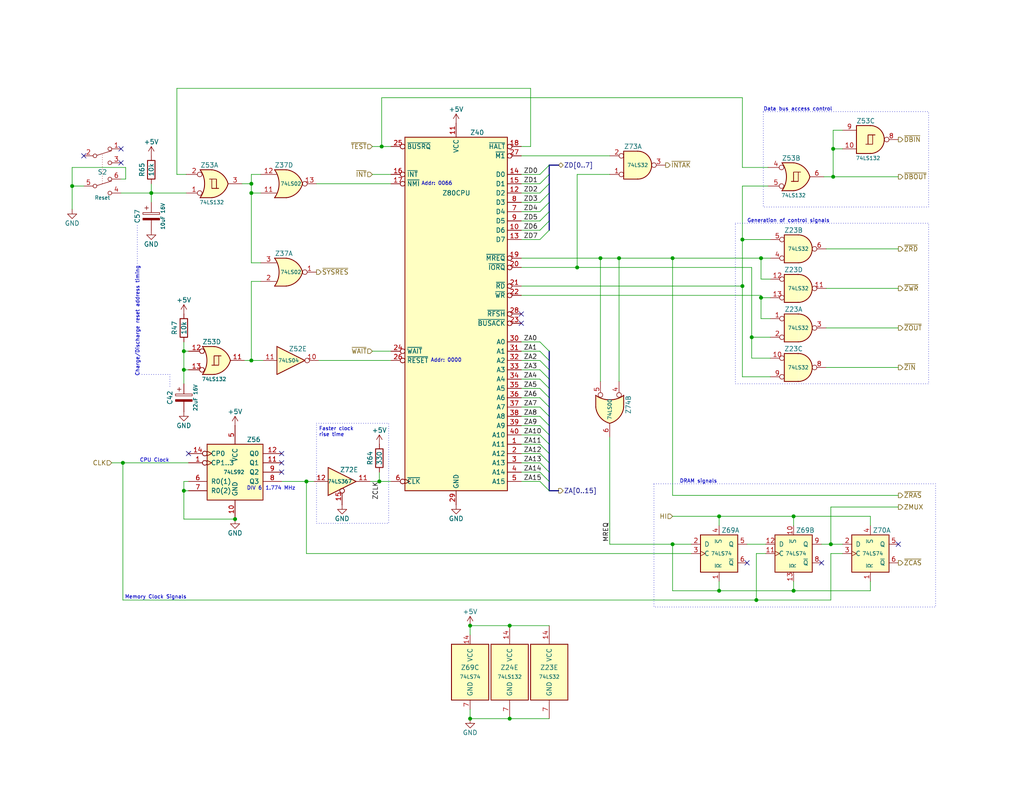
<source format=kicad_sch>
(kicad_sch (version 20231120) (generator "eeschema") (generator_version "8.0")
  (paper "USLetter")
  (title_block (title "TRS-80 Model I Rev D") (date "2024-11-20") (rev "E1A-D") (company "RetroStack - Marcel Erz") (comment 2 "CPU with reset circuits (button and power-up), clock divider, RAS & CAS divider, signals") (comment 4 "CPU & Signals"))
  (lib_symbols
    (symbol "74xx:74LS00" (pin_names (offset 1.016))
      (property "Reference" "U" (at 0 1.27 0))
      (property "Value" "74LS00" (at 0 -1.27 0))
      (symbol "74LS00_1_1"
        (pin input line (at -7.62 2.54 0) (length 3.81) (name "~") (number "1"))
        (pin input line (at -7.62 -2.54 0) (length 3.81) (name "~") (number "2"))
        (pin output inverted (at 7.62 0 180) (length 3.81) (name "~") (number "3"))
      )
      (symbol "74LS00_1_2"
        (pin input inverted (at -7.62 2.54 0) (length 4.318) (name "~") (number "1"))
        (pin input inverted (at -7.62 -2.54 0) (length 4.318) (name "~") (number "2"))
        (pin output line (at 7.62 0 180) (length 3.81) (name "~") (number "3"))
      )
      (symbol "74LS00_2_1"
        (pin input line (at -7.62 2.54 0) (length 3.81) (name "~") (number "4"))
        (pin input line (at -7.62 -2.54 0) (length 3.81) (name "~") (number "5"))
        (pin output inverted (at 7.62 0 180) (length 3.81) (name "~") (number "6"))
      )
      (symbol "74LS00_2_2"
        (pin input inverted (at -7.62 2.54 0) (length 4.318) (name "~") (number "4"))
        (pin input inverted (at -7.62 -2.54 0) (length 4.318) (name "~") (number "5"))
        (pin output line (at 7.62 0 180) (length 3.81) (name "~") (number "6"))
      )
      (symbol "74LS00_3_1"
        (pin input line (at -7.62 -2.54 0) (length 3.81) (name "~") (number "10"))
        (pin output inverted (at 7.62 0 180) (length 3.81) (name "~") (number "8"))
        (pin input line (at -7.62 2.54 0) (length 3.81) (name "~") (number "9"))
      )
      (symbol "74LS00_3_2"
        (pin input inverted (at -7.62 -2.54 0) (length 4.318) (name "~") (number "10"))
        (pin output line (at 7.62 0 180) (length 3.81) (name "~") (number "8"))
        (pin input inverted (at -7.62 2.54 0) (length 4.318) (name "~") (number "9"))
      )
      (symbol "74LS00_4_1"
        (pin output inverted (at 7.62 0 180) (length 3.81) (name "~") (number "11"))
        (pin input line (at -7.62 2.54 0) (length 3.81) (name "~") (number "12"))
        (pin input line (at -7.62 -2.54 0) (length 3.81) (name "~") (number "13"))
      )
      (symbol "74LS00_4_2"
        (pin output line (at 7.62 0 180) (length 3.81) (name "~") (number "11"))
        (pin input inverted (at -7.62 2.54 0) (length 4.318) (name "~") (number "12"))
        (pin input inverted (at -7.62 -2.54 0) (length 4.318) (name "~") (number "13"))
      )
      (symbol "74LS00_5_0"
        (pin power_in line (at 0 12.7 270) (length 5.08) (name "VCC") (number "14"))
        (pin power_in line (at 0 -12.7 90) (length 5.08) (name "GND") (number "7"))
      )
    )
    (symbol "74xx:74LS02" (pin_names (offset 1.016))
      (property "Reference" "U" (at 0 1.27 0))
      (property "Value" "74LS02" (at 0 -1.27 0))
      (symbol "74LS02_1_1"
        (pin output inverted (at 7.62 0 180) (length 3.81) (name "~") (number "1"))
        (pin input line (at -7.62 2.54 0) (length 4.318) (name "~") (number "2"))
        (pin input line (at -7.62 -2.54 0) (length 4.318) (name "~") (number "3"))
      )
      (symbol "74LS02_1_2"
        (pin output line (at 7.62 0 180) (length 3.81) (name "~") (number "1"))
        (pin input inverted (at -7.62 2.54 0) (length 3.81) (name "~") (number "2"))
        (pin input inverted (at -7.62 -2.54 0) (length 3.81) (name "~") (number "3"))
      )
      (symbol "74LS02_2_1"
        (pin output inverted (at 7.62 0 180) (length 3.81) (name "~") (number "4"))
        (pin input line (at -7.62 2.54 0) (length 4.318) (name "~") (number "5"))
        (pin input line (at -7.62 -2.54 0) (length 4.318) (name "~") (number "6"))
      )
      (symbol "74LS02_2_2"
        (pin output line (at 7.62 0 180) (length 3.81) (name "~") (number "4"))
        (pin input inverted (at -7.62 2.54 0) (length 3.81) (name "~") (number "5"))
        (pin input inverted (at -7.62 -2.54 0) (length 3.81) (name "~") (number "6"))
      )
      (symbol "74LS02_3_1"
        (pin output inverted (at 7.62 0 180) (length 3.81) (name "~") (number "10"))
        (pin input line (at -7.62 2.54 0) (length 4.318) (name "~") (number "8"))
        (pin input line (at -7.62 -2.54 0) (length 4.318) (name "~") (number "9"))
      )
      (symbol "74LS02_3_2"
        (pin output line (at 7.62 0 180) (length 3.81) (name "~") (number "10"))
        (pin input inverted (at -7.62 2.54 0) (length 3.81) (name "~") (number "8"))
        (pin input inverted (at -7.62 -2.54 0) (length 3.81) (name "~") (number "9"))
      )
      (symbol "74LS02_4_1"
        (pin input line (at -7.62 2.54 0) (length 4.318) (name "~") (number "11"))
        (pin input line (at -7.62 -2.54 0) (length 4.318) (name "~") (number "12"))
        (pin output inverted (at 7.62 0 180) (length 3.81) (name "~") (number "13"))
      )
      (symbol "74LS02_4_2"
        (pin input inverted (at -7.62 2.54 0) (length 3.81) (name "~") (number "11"))
        (pin input inverted (at -7.62 -2.54 0) (length 3.81) (name "~") (number "12"))
        (pin output line (at 7.62 0 180) (length 3.81) (name "~") (number "13"))
      )
      (symbol "74LS02_5_0"
        (pin power_in line (at 0 12.7 270) (length 5.08) (name "VCC") (number "14"))
        (pin power_in line (at 0 -12.7 90) (length 5.08) (name "GND") (number "7"))
      )
    )
    (symbol "74xx:74LS04"
      (property "Reference" "U" (at 0 1.27 0))
      (property "Value" "74LS04" (at 0 -1.27 0))
      (symbol "74LS04_1_0"
        (pin input line (at -7.62 0 0) (length 3.81) (name "~") (number "1"))
        (pin output inverted (at 7.62 0 180) (length 3.81) (name "~") (number "2"))
      )
      (symbol "74LS04_2_0"
        (pin input line (at -7.62 0 0) (length 3.81) (name "~") (number "3"))
        (pin output inverted (at 7.62 0 180) (length 3.81) (name "~") (number "4"))
      )
      (symbol "74LS04_3_0"
        (pin input line (at -7.62 0 0) (length 3.81) (name "~") (number "5"))
        (pin output inverted (at 7.62 0 180) (length 3.81) (name "~") (number "6"))
      )
      (symbol "74LS04_4_0"
        (pin output inverted (at 7.62 0 180) (length 3.81) (name "~") (number "8"))
        (pin input line (at -7.62 0 0) (length 3.81) (name "~") (number "9"))
      )
      (symbol "74LS04_5_0"
        (pin output inverted (at 7.62 0 180) (length 3.81) (name "~") (number "10"))
        (pin input line (at -7.62 0 0) (length 3.81) (name "~") (number "11"))
      )
      (symbol "74LS04_6_0"
        (pin output inverted (at 7.62 0 180) (length 3.81) (name "~") (number "12"))
        (pin input line (at -7.62 0 0) (length 3.81) (name "~") (number "13"))
      )
      (symbol "74LS04_7_0"
        (pin power_in line (at 0 12.7 270) (length 5.08) (name "VCC") (number "14"))
        (pin power_in line (at 0 -12.7 90) (length 5.08) (name "GND") (number "7"))
      )
    )
    (symbol "74xx:74LS132" (pin_names (offset 1.016))
      (property "Reference" "U" (at 0 1.27 0))
      (property "Value" "74LS132" (at 0 -1.27 0))
      (symbol "74LS132_1_1"
        (pin input line (at -7.62 2.54 0) (length 3.81) (name "~") (number "1"))
        (pin input line (at -7.62 -2.54 0) (length 3.81) (name "~") (number "2"))
        (pin output inverted (at 7.62 0 180) (length 3.81) (name "~") (number "3"))
      )
      (symbol "74LS132_1_2"
        (pin input inverted (at -7.62 2.54 0) (length 4.318) (name "~") (number "1"))
        (pin input inverted (at -7.62 -2.54 0) (length 4.318) (name "~") (number "2"))
        (pin output line (at 7.62 0 180) (length 3.81) (name "~") (number "3"))
      )
      (symbol "74LS132_2_1"
        (pin input line (at -7.62 2.54 0) (length 3.81) (name "~") (number "4"))
        (pin input line (at -7.62 -2.54 0) (length 3.81) (name "~") (number "5"))
        (pin output inverted (at 7.62 0 180) (length 3.81) (name "~") (number "6"))
      )
      (symbol "74LS132_2_2"
        (pin input inverted (at -7.62 2.54 0) (length 4.318) (name "~") (number "4"))
        (pin input inverted (at -7.62 -2.54 0) (length 4.318) (name "~") (number "5"))
        (pin output line (at 7.62 0 180) (length 3.81) (name "~") (number "6"))
      )
      (symbol "74LS132_3_1"
        (pin input line (at -7.62 -2.54 0) (length 3.81) (name "~") (number "10"))
        (pin output inverted (at 7.62 0 180) (length 3.81) (name "~") (number "8"))
        (pin input line (at -7.62 2.54 0) (length 3.81) (name "~") (number "9"))
      )
      (symbol "74LS132_3_2"
        (pin input inverted (at -7.62 -2.54 0) (length 4.318) (name "~") (number "10"))
        (pin output line (at 7.62 0 180) (length 3.81) (name "~") (number "8"))
        (pin input inverted (at -7.62 2.54 0) (length 4.318) (name "~") (number "9"))
      )
      (symbol "74LS132_4_1"
        (pin output inverted (at 7.62 0 180) (length 3.81) (name "~") (number "11"))
        (pin input line (at -7.62 2.54 0) (length 3.81) (name "~") (number "12"))
        (pin input line (at -7.62 -2.54 0) (length 3.81) (name "~") (number "13"))
      )
      (symbol "74LS132_4_2"
        (pin output line (at 7.62 0 180) (length 3.81) (name "~") (number "11"))
        (pin input inverted (at -7.62 2.54 0) (length 4.318) (name "~") (number "12"))
        (pin input inverted (at -7.62 -2.54 0) (length 4.318) (name "~") (number "13"))
      )
      (symbol "74LS132_5_0"
        (pin power_in line (at 0 12.7 270) (length 5.08) (name "VCC") (number "14"))
        (pin power_in line (at 0 -12.7 90) (length 5.08) (name "GND") (number "7"))
      )
    )
    (symbol "74xx:74LS32" (pin_names (offset 1.016))
      (property "Reference" "U" (at 0 1.27 0))
      (property "Value" "74LS32" (at 0 -1.27 0))
      (symbol "74LS32_1_1"
        (pin input line (at -7.62 2.54 0) (length 4.318) (name "~") (number "1"))
        (pin input line (at -7.62 -2.54 0) (length 4.318) (name "~") (number "2"))
        (pin output line (at 7.62 0 180) (length 3.81) (name "~") (number "3"))
      )
      (symbol "74LS32_1_2"
        (pin input inverted (at -7.62 2.54 0) (length 3.81) (name "~") (number "1"))
        (pin input inverted (at -7.62 -2.54 0) (length 3.81) (name "~") (number "2"))
        (pin output inverted (at 7.62 0 180) (length 3.81) (name "~") (number "3"))
      )
      (symbol "74LS32_2_1"
        (pin input line (at -7.62 2.54 0) (length 4.318) (name "~") (number "4"))
        (pin input line (at -7.62 -2.54 0) (length 4.318) (name "~") (number "5"))
        (pin output line (at 7.62 0 180) (length 3.81) (name "~") (number "6"))
      )
      (symbol "74LS32_2_2"
        (pin input inverted (at -7.62 2.54 0) (length 3.81) (name "~") (number "4"))
        (pin input inverted (at -7.62 -2.54 0) (length 3.81) (name "~") (number "5"))
        (pin output inverted (at 7.62 0 180) (length 3.81) (name "~") (number "6"))
      )
      (symbol "74LS32_3_1"
        (pin input line (at -7.62 -2.54 0) (length 4.318) (name "~") (number "10"))
        (pin output line (at 7.62 0 180) (length 3.81) (name "~") (number "8"))
        (pin input line (at -7.62 2.54 0) (length 4.318) (name "~") (number "9"))
      )
      (symbol "74LS32_3_2"
        (pin input inverted (at -7.62 -2.54 0) (length 3.81) (name "~") (number "10"))
        (pin output inverted (at 7.62 0 180) (length 3.81) (name "~") (number "8"))
        (pin input inverted (at -7.62 2.54 0) (length 3.81) (name "~") (number "9"))
      )
      (symbol "74LS32_4_1"
        (pin output line (at 7.62 0 180) (length 3.81) (name "~") (number "11"))
        (pin input line (at -7.62 2.54 0) (length 4.318) (name "~") (number "12"))
        (pin input line (at -7.62 -2.54 0) (length 4.318) (name "~") (number "13"))
      )
      (symbol "74LS32_4_2"
        (pin output inverted (at 7.62 0 180) (length 3.81) (name "~") (number "11"))
        (pin input inverted (at -7.62 2.54 0) (length 3.81) (name "~") (number "12"))
        (pin input inverted (at -7.62 -2.54 0) (length 3.81) (name "~") (number "13"))
      )
      (symbol "74LS32_5_0"
        (pin power_in line (at 0 12.7 270) (length 5.08) (name "VCC") (number "14"))
        (pin power_in line (at 0 -12.7 90) (length 5.08) (name "GND") (number "7"))
      )
    )
    (symbol "74xx:74LS74" (pin_names (offset 1.016))
      (property "Reference" "U" (at -7.62 8.89 0))
      (property "Value" "74LS74" (at -7.62 -8.89 0))
      (symbol "74LS74_1_0"
        (pin input line (at 0 -7.62 90) (length 2.54) (name "~{R}") (number "1"))
        (pin input line (at -7.62 2.54 0) (length 2.54) (name "D") (number "2"))
        (pin input clock (at -7.62 0 0) (length 2.54) (name "C") (number "3"))
        (pin input line (at 0 7.62 270) (length 2.54) (name "~{S}") (number "4"))
        (pin output line (at 7.62 2.54 180) (length 2.54) (name "Q") (number "5"))
        (pin output line (at 7.62 -2.54 180) (length 2.54) (name "~{Q}") (number "6"))
      )
      (symbol "74LS74_2_0"
        (pin input line (at 0 7.62 270) (length 2.54) (name "~{S}") (number "10"))
        (pin input clock (at -7.62 0 0) (length 2.54) (name "C") (number "11"))
        (pin input line (at -7.62 2.54 0) (length 2.54) (name "D") (number "12"))
        (pin input line (at 0 -7.62 90) (length 2.54) (name "~{R}") (number "13"))
        (pin output line (at 7.62 -2.54 180) (length 2.54) (name "~{Q}") (number "8"))
        (pin output line (at 7.62 2.54 180) (length 2.54) (name "Q") (number "9"))
      )
      (symbol "74LS74_3_0"
        (pin power_in line (at 0 10.16 270) (length 2.54) (name "VCC") (number "14"))
        (pin power_in line (at 0 -10.16 90) (length 2.54) (name "GND") (number "7"))
      )
    )
    (symbol "74xx:74LS92" (pin_names (offset 1.016))
      (property "Reference" "U" (at -7.62 8.89 0))
      (property "Value" "74LS92" (at -7.62 -8.89 0))
      (symbol "74LS92_1_0"
        (pin input inverted_clock (at -12.7 2.54 0) (length 5.08) (name "CP1..3") (number "1"))
        (pin power_in line (at 0 -12.7 90) (length 5.08) (name "GND") (number "10"))
        (pin output line (at 12.7 2.54 180) (length 5.08) (name "Q1") (number "11"))
        (pin output line (at 12.7 5.08 180) (length 5.08) (name "Q0") (number "12"))
        (pin input inverted_clock (at -12.7 5.08 0) (length 5.08) (name "CP0") (number "14"))
        (pin power_in line (at 0 12.7 270) (length 5.08) (name "VCC") (number "5"))
        (pin input line (at -12.7 -2.54 0) (length 5.08) (name "R0(1)") (number "6"))
        (pin input line (at -12.7 -5.08 0) (length 5.08) (name "R0(2)") (number "7"))
        (pin output line (at 12.7 -2.54 180) (length 5.08) (name "Q3") (number "8"))
        (pin output line (at 12.7 0 180) (length 5.08) (name "Q2") (number "9"))
      )
    )
    (symbol "Device:C_Polarized" (pin_numbers hide) (pin_names (offset 0.254))
      (property "Reference" "C" (at 0.635 2.54 0))
      (property "Value" "C_Polarized" (at 0.635 -2.54 0))
      (symbol "C_Polarized_1_1"
        (pin passive line (at 0 3.81 270) (length 2.794) (name "~") (number "1"))
        (pin passive line (at 0 -3.81 90) (length 2.794) (name "~") (number "2"))
      )
    )
    (symbol "Device:R" (pin_numbers hide) (pin_names (offset 0))
      (property "Reference" "R" (at 2.032 0 90))
      (property "Value" "R" (at 0 0 90))
      (symbol "R_1_1"
        (pin passive line (at 0 3.81 270) (length 1.27) (name "~") (number "1"))
        (pin passive line (at 0 -3.81 90) (length 1.27) (name "~") (number "2"))
      )
    )
    (symbol "RetroStackLibrary:74LS367_Split" (pin_names (offset 1.016))
      (property "Reference" "U" (at 0 1.27 0))
      (property "Value" "74LS367" (at 0 -1.27 0))
      (symbol "74LS367_Split_1_0"
        (pin input inverted (at 0 6.35 270) (length 4.445) (name "~") (number "1"))
        (pin input line (at -7.62 0 0) (length 3.81) (name "~") (number "2"))
        (pin tri_state line (at 7.62 0 180) (length 3.81) (name "~") (number "3"))
      )
      (symbol "74LS367_Split_2_0"
        (pin input line (at -7.62 0 0) (length 3.81) (name "~") (number "4"))
        (pin tri_state line (at 7.62 0 180) (length 3.81) (name "~") (number "5"))
      )
      (symbol "74LS367_Split_3_0"
        (pin input line (at -7.62 0 0) (length 3.81) (name "~") (number "6"))
        (pin tri_state line (at 7.62 0 180) (length 3.81) (name "~") (number "7"))
      )
      (symbol "74LS367_Split_4_0"
        (pin input line (at -7.62 0 0) (length 3.81) (name "~") (number "10"))
        (pin tri_state line (at 7.62 0 180) (length 3.81) (name "~") (number "9"))
      )
      (symbol "74LS367_Split_5_0"
        (pin tri_state line (at 8.255 -6.35 180) (length 3.81) (name "~") (number "11"))
        (pin input line (at -6.985 -6.35 0) (length 3.81) (name "~") (number "12"))
        (pin input inverted (at 0.635 0 270) (length 4.445) (name "~") (number "15"))
      )
      (symbol "74LS367_Split_6_0"
        (pin tri_state line (at 7.62 0 180) (length 3.81) (name "~") (number "13"))
        (pin input line (at -7.62 0 0) (length 3.81) (name "~") (number "14"))
      )
      (symbol "74LS367_Split_7_0"
        (pin power_in line (at 0 1.905 270) (length 5.08) (name "VCC") (number "16"))
        (pin power_in line (at 0 -23.495 90) (length 5.08) (name "GND") (number "8"))
      )
    )
    (symbol "RetroStackLibrary:SW_DPST"
      (property "Reference" "SW" (at 0 0 0))
      (symbol "SW_DPST_1_1"
        (pin passive line (at 4.445 -2.54 180) (length 2.54) (name "~") (number "1"))
        (pin passive line (at -5.715 -4.445 0) (length 2.54) (name "~") (number "2"))
        (pin passive line (at 4.445 -6.35 180) (length 2.54) (name "~") (number "3"))
        (pin passive line (at 4.445 -14.605 180) (length 2.54) (name "~") (number "4"))
        (pin passive line (at -5.715 -12.7 0) (length 2.54) (name "~") (number "5"))
        (pin passive line (at 4.445 -10.795 180) (length 2.54) (name "~") (number "6"))
      )
    )
    (symbol "RetroStackLibrary:Z80"
      (property "Reference" "U" (at 0 0 0))
      (property "Value" "Z80" (at 0 0 0))
      (symbol "Z80_1_1"
        (pin output line (at 17.78 -87.63 180) (length 3.81) (name "A11") (number "1"))
        (pin bidirectional line (at 17.78 -29.21 180) (length 3.81) (name "D6") (number "10"))
        (pin power_in line (at 0 0 270) (length 3.81) (name "VCC") (number "11"))
        (pin bidirectional line (at 17.78 -19.05 180) (length 3.81) (name "D2") (number "12"))
        (pin bidirectional line (at 17.78 -31.75 180) (length 3.81) (name "D7") (number "13"))
        (pin bidirectional line (at 17.78 -13.97 180) (length 3.81) (name "D0") (number "14"))
        (pin bidirectional line (at 17.78 -16.51 180) (length 3.81) (name "D1") (number "15"))
        (pin input inverted (at -17.78 -13.97 0) (length 3.81) (name "~{INT}") (number "16"))
        (pin input inverted (at -17.78 -16.51 0) (length 3.81) (name "~{NMI}") (number "17"))
        (pin output inverted (at 17.78 -6.35 180) (length 3.81) (name "~{HALT}") (number "18"))
        (pin output inverted (at 17.78 -36.83 180) (length 3.81) (name "~{MREQ}") (number "19"))
        (pin output line (at 17.78 -90.17 180) (length 3.81) (name "A12") (number "2"))
        (pin output inverted (at 17.78 -39.37 180) (length 3.81) (name "~{IORQ}") (number "20"))
        (pin output inverted (at 17.78 -44.45 180) (length 3.81) (name "~{RD}") (number "21"))
        (pin output inverted (at 17.78 -46.99 180) (length 3.81) (name "~{WR}") (number "22"))
        (pin output inverted (at 17.78 -54.61 180) (length 3.81) (name "~{BUSACK}") (number "23"))
        (pin input inverted (at -17.78 -62.23 0) (length 3.81) (name "~{WAIT}") (number "24"))
        (pin input inverted (at -17.78 -6.35 0) (length 3.81) (name "~{BUSRQ}") (number "25"))
        (pin input inverted (at -17.78 -64.77 0) (length 3.81) (name "~{RESET}") (number "26"))
        (pin output inverted (at 17.78 -8.89 180) (length 3.81) (name "~{M1}") (number "27"))
        (pin output inverted (at 17.78 -52.07 180) (length 3.81) (name "~{RFSH}") (number "28"))
        (pin power_in line (at 0 -104.14 90) (length 3.81) (name "GND") (number "29"))
        (pin output line (at 17.78 -92.71 180) (length 3.81) (name "A13") (number "3"))
        (pin output line (at 17.78 -59.69 180) (length 3.81) (name "A0") (number "30"))
        (pin output line (at 17.78 -62.23 180) (length 3.81) (name "A1") (number "31"))
        (pin output line (at 17.78 -64.77 180) (length 3.81) (name "A2") (number "32"))
        (pin output line (at 17.78 -67.31 180) (length 3.81) (name "A3") (number "33"))
        (pin output line (at 17.78 -69.85 180) (length 3.81) (name "A4") (number "34"))
        (pin output line (at 17.78 -72.39 180) (length 3.81) (name "A5") (number "35"))
        (pin output line (at 17.78 -74.93 180) (length 3.81) (name "A6") (number "36"))
        (pin output line (at 17.78 -77.47 180) (length 3.81) (name "A7") (number "37"))
        (pin output line (at 17.78 -80.01 180) (length 3.81) (name "A8") (number "38"))
        (pin output line (at 17.78 -82.55 180) (length 3.81) (name "A9") (number "39"))
        (pin output line (at 17.78 -95.25 180) (length 3.81) (name "A14") (number "4"))
        (pin output line (at 17.78 -85.09 180) (length 3.81) (name "A10") (number "40"))
        (pin output line (at 17.78 -97.79 180) (length 3.81) (name "A15") (number "5"))
        (pin input inverted_clock (at -17.78 -97.79 0) (length 3.81) (name "~{CLK}") (number "6"))
        (pin bidirectional line (at 17.78 -24.13 180) (length 3.81) (name "D4") (number "7"))
        (pin bidirectional line (at 17.78 -21.59 180) (length 3.81) (name "D3") (number "8"))
        (pin bidirectional line (at 17.78 -26.67 180) (length 3.81) (name "D5") (number "9"))
      )
    )
    (symbol "power:+5V" (power) (pin_numbers hide) (pin_names (offset 0) hide)
      (property "Value" "+5V" (at 0 3.556 0))
      (symbol "+5V_1_1"
        (pin power_in line (at 0 0 90) (length 0) (name "~") (number "1"))
      )
    )
    (symbol "power:GND" (power) (pin_numbers hide) (pin_names (offset 0) hide)
      (property "Value" "GND" (at 0 -3.81 0))
      (symbol "GND_1_1"
        (pin power_in line (at 0 0 270) (length 0) (name "~") (number "1"))
      )
    )
  )
  (junction (at 103.505 131.445))
  (junction (at 139.065 196.215))
  (junction (at 226.695 148.59))
  (junction (at 196.215 140.97))
  (junction (at 19.685 50.8))
  (junction (at 163.83 70.485))
  (junction (at 183.515 148.59))
  (junction (at 50.165 95.885))
  (junction (at 202.565 78.105))
  (junction (at 64.135 141.732))
  (junction (at 168.91 70.485))
  (junction (at 41.275 52.705))
  (junction (at 207.645 81.28))
  (junction (at 68.58 50.165))
  (junction (at 128.27 196.215))
  (junction (at 183.515 70.485))
  (junction (at 216.535 161.29))
  (junction (at 50.165 133.985))
  (junction (at 207.645 70.485))
  (junction (at 83.6112 131.445))
  (junction (at 216.535 140.97))
  (junction (at 68.58 98.425))
  (junction (at 104.14 40.005))
  (junction (at 206.375 163.83))
  (junction (at 227.33 48.26))
  (junction (at 202.565 65.405))
  (junction (at 227.33 40.64))
  (junction (at 128.27 170.815))
  (junction (at 205.105 92.075))
  (junction (at 196.215 161.29))
  (junction (at 68.58 52.705))
  (junction (at 50.165 100.965))
  (junction (at 139.065 170.815))
  (junction (at 33.528 126.365))
  (junction (at 157.48 73.025))
  (no_connect (at 76.835 126.365))
  (no_connect (at 33.02 44.45))
  (no_connect (at 22.86 42.545))
  (no_connect (at 203.835 153.67))
  (no_connect (at 142.24 88.265))
  (no_connect (at 142.24 85.725))
  (no_connect (at 33.02 40.64))
  (no_connect (at 51.435 123.825))
  (no_connect (at 76.835 123.825))
  (no_connect (at 245.11 148.59))
  (no_connect (at 76.835 128.905))
  (no_connect (at 224.155 153.67))
  (bus_entry (at 147.32 62.865) (size 2.54 -2.54))
  (bus_entry (at 147.32 113.665) (size 2.54 2.54))
  (bus_entry (at 147.32 93.345) (size 2.54 2.54))
  (bus_entry (at 147.32 65.405) (size 2.54 -2.54))
  (bus_entry (at 147.32 118.745) (size 2.54 2.54))
  (bus_entry (at 147.32 57.785) (size 2.54 -2.54))
  (bus_entry (at 147.32 103.505) (size 2.54 2.54))
  (bus_entry (at 147.32 106.045) (size 2.54 2.54))
  (bus_entry (at 147.32 126.365) (size 2.54 2.54))
  (bus_entry (at 147.32 55.245) (size 2.54 -2.54))
  (bus_entry (at 147.32 128.905) (size 2.54 2.54))
  (bus_entry (at 147.32 111.125) (size 2.54 2.54))
  (bus_entry (at 147.32 121.285) (size 2.54 2.54))
  (bus_entry (at 147.32 123.825) (size 2.54 2.54))
  (bus_entry (at 147.32 108.585) (size 2.54 2.54))
  (bus_entry (at 147.32 116.205) (size 2.54 2.54))
  (bus_entry (at 147.32 47.625) (size 2.54 -2.54))
  (bus_entry (at 147.32 50.165) (size 2.54 -2.54))
  (bus_entry (at 147.32 52.705) (size 2.54 -2.54))
  (bus_entry (at 147.32 98.425) (size 2.54 2.54))
  (bus_entry (at 147.32 95.885) (size 2.54 2.54))
  (bus_entry (at 147.32 100.965) (size 2.54 2.54))
  (bus_entry (at 147.32 131.445) (size 2.54 2.54))
  (bus_entry (at 147.32 60.325) (size 2.54 -2.54))
  (bus (pts (xy 149.86 100.965) (xy 149.86 103.505)))
  (wire (pts (xy 142.24 131.445) (xy 147.32 131.445)))
  (wire (pts (xy 104.14 26.67) (xy 104.14 40.005)))
  (wire (pts (xy 196.215 140.97) (xy 216.535 140.97)))
  (bus (pts (xy 149.86 116.205) (xy 149.86 118.745)))
  (wire (pts (xy 225.425 67.945) (xy 245.11 67.945)))
  (wire (pts (xy 225.425 100.33) (xy 245.11 100.33)))
  (wire (pts (xy 68.58 50.165) (xy 68.58 52.705)))
  (wire (pts (xy 196.215 161.29) (xy 216.535 161.29)))
  (wire (pts (xy 142.24 73.025) (xy 157.48 73.025)))
  (wire (pts (xy 229.87 151.13) (xy 226.695 151.13)))
  (wire (pts (xy 142.24 60.325) (xy 147.32 60.325)))
  (wire (pts (xy 50.8 47.625) (xy 48.26 47.625)))
  (wire (pts (xy 227.33 35.56) (xy 227.33 40.64)))
  (wire (pts (xy 22.86 50.8) (xy 19.685 50.8)))
  (wire (pts (xy 142.24 106.045) (xy 147.32 106.045)))
  (bus (pts (xy 149.86 118.745) (xy 149.86 121.285)))
  (wire (pts (xy 71.12 47.625) (xy 68.58 47.625)))
  (wire (pts (xy 227.33 40.64) (xy 227.33 48.26)))
  (wire (pts (xy 183.515 140.97) (xy 196.215 140.97)))
  (bus (pts (xy 149.86 108.585) (xy 149.86 111.125)))
  (bus (pts (xy 149.86 60.325) (xy 149.86 57.785)))
  (wire (pts (xy 225.425 89.535) (xy 245.11 89.535)))
  (wire (pts (xy 71.12 71.755) (xy 68.58 71.755)))
  (wire (pts (xy 157.48 73.025) (xy 205.105 73.025)))
  (wire (pts (xy 34.29 48.895) (xy 34.29 45.72)))
  (wire (pts (xy 142.24 126.365) (xy 147.32 126.365)))
  (wire (pts (xy 163.83 70.485) (xy 168.91 70.485)))
  (bus (pts (xy 149.86 52.705) (xy 149.86 50.165)))
  (wire (pts (xy 142.24 113.665) (xy 147.32 113.665)))
  (bus (pts (xy 149.86 126.365) (xy 149.86 128.905)))
  (bus (pts (xy 149.86 131.445) (xy 149.86 133.985)))
  (wire (pts (xy 227.33 40.64) (xy 229.87 40.64)))
  (wire (pts (xy 142.24 123.825) (xy 147.32 123.825)))
  (wire (pts (xy 183.515 148.59) (xy 183.515 161.29)))
  (wire (pts (xy 226.695 151.13) (xy 226.695 163.83)))
  (bus (pts (xy 149.86 121.285) (xy 149.86 123.825)))
  (bus (pts (xy 149.86 47.625) (xy 149.86 45.085)))
  (bus (pts (xy 149.86 133.985) (xy 152.4 133.985)))
  (wire (pts (xy 103.505 128.905) (xy 103.505 131.445)))
  (wire (pts (xy 33.528 126.365) (xy 51.435 126.365)))
  (wire (pts (xy 68.58 98.425) (xy 66.675 98.425)))
  (wire (pts (xy 237.49 161.29) (xy 216.535 161.29)))
  (wire (pts (xy 216.535 158.75) (xy 216.535 161.29)))
  (wire (pts (xy 224.79 48.26) (xy 227.33 48.26)))
  (wire (pts (xy 144.78 24.13) (xy 144.78 40.005)))
  (wire (pts (xy 183.515 70.485) (xy 207.645 70.485)))
  (wire (pts (xy 50.165 100.965) (xy 51.435 100.965)))
  (wire (pts (xy 64.135 141.605) (xy 64.135 141.732)))
  (wire (pts (xy 50.165 95.885) (xy 51.435 95.885)))
  (wire (pts (xy 210.185 102.87) (xy 202.565 102.87)))
  (wire (pts (xy 142.24 62.865) (xy 147.32 62.865)))
  (wire (pts (xy 142.24 52.705) (xy 147.32 52.705)))
  (wire (pts (xy 86.995 98.425) (xy 106.68 98.425)))
  (wire (pts (xy 19.685 50.8) (xy 19.685 57.15)))
  (wire (pts (xy 142.24 108.585) (xy 147.32 108.585)))
  (bus (pts (xy 149.86 106.045) (xy 149.86 108.585)))
  (bus (pts (xy 149.86 123.825) (xy 149.86 126.365)))
  (wire (pts (xy 142.24 118.745) (xy 147.32 118.745)))
  (wire (pts (xy 237.49 140.97) (xy 216.535 140.97)))
  (wire (pts (xy 157.48 47.625) (xy 166.37 47.625)))
  (wire (pts (xy 71.755 98.425) (xy 68.58 98.425)))
  (wire (pts (xy 142.24 42.545) (xy 166.37 42.545)))
  (wire (pts (xy 51.435 133.985) (xy 50.165 133.985)))
  (wire (pts (xy 33.02 48.895) (xy 34.29 48.895)))
  (wire (pts (xy 142.24 100.965) (xy 147.32 100.965)))
  (wire (pts (xy 142.24 93.345) (xy 147.32 93.345)))
  (bus (pts (xy 149.86 98.425) (xy 149.86 100.965)))
  (wire (pts (xy 142.24 47.625) (xy 147.32 47.625)))
  (wire (pts (xy 128.27 196.215) (xy 139.065 196.215)))
  (wire (pts (xy 142.24 95.885) (xy 147.32 95.885)))
  (wire (pts (xy 76.835 131.445) (xy 83.6112 131.445)))
  (polyline (pts (xy 38.735 102.235) (xy 46.355 102.235)) (stroke (width 0) (type dot)))
  (wire (pts (xy 207.645 80.645) (xy 207.645 81.28)))
  (wire (pts (xy 50.165 93.345) (xy 50.165 95.885)))
  (wire (pts (xy 142.24 78.105) (xy 202.565 78.105)))
  (wire (pts (xy 68.58 76.835) (xy 68.58 98.425)))
  (wire (pts (xy 50.165 131.445) (xy 51.435 131.445)))
  (wire (pts (xy 202.565 78.105) (xy 202.565 65.405)))
  (wire (pts (xy 104.14 40.005) (xy 106.68 40.005)))
  (wire (pts (xy 245.11 138.43) (xy 226.695 138.43)))
  (wire (pts (xy 210.185 76.2) (xy 207.645 76.2)))
  (bus (pts (xy 149.86 62.865) (xy 149.86 60.325)))
  (wire (pts (xy 68.58 52.705) (xy 71.12 52.705)))
  (wire (pts (xy 86.36 50.165) (xy 106.68 50.165)))
  (wire (pts (xy 142.24 80.645) (xy 207.645 80.645)))
  (wire (pts (xy 142.24 103.505) (xy 147.32 103.505)))
  (bus (pts (xy 149.86 95.885) (xy 149.86 98.425)))
  (wire (pts (xy 237.49 143.51) (xy 237.49 140.97)))
  (wire (pts (xy 83.6112 131.445) (xy 85.725 131.445)))
  (polyline (pts (xy 46.355 102.235) (xy 46.355 106.045)) (stroke (width 0) (type dot)))
  (wire (pts (xy 128.27 193.675) (xy 128.27 196.215)))
  (wire (pts (xy 128.27 173.355) (xy 128.27 170.815)))
  (wire (pts (xy 210.185 97.79) (xy 205.105 97.79)))
  (wire (pts (xy 202.565 65.405) (xy 210.185 65.405)))
  (wire (pts (xy 68.58 52.705) (xy 68.58 71.755)))
  (wire (pts (xy 33.02 52.705) (xy 41.275 52.705)))
  (wire (pts (xy 50.165 133.985) (xy 50.165 141.732)))
  (wire (pts (xy 48.26 47.625) (xy 48.26 24.13)))
  (wire (pts (xy 50.165 141.732) (xy 64.135 141.732)))
  (wire (pts (xy 166.37 148.59) (xy 183.515 148.59)))
  (wire (pts (xy 30.48 126.365) (xy 33.528 126.365)))
  (wire (pts (xy 50.165 100.965) (xy 50.165 104.775)))
  (wire (pts (xy 216.535 140.97) (xy 216.535 143.51)))
  (wire (pts (xy 237.49 158.75) (xy 237.49 161.29)))
  (wire (pts (xy 163.83 70.485) (xy 163.83 104.14)))
  (polyline (pts (xy 37.465 61.595) (xy 37.465 72.39)) (stroke (width 0) (type dot)))
  (wire (pts (xy 157.48 47.625) (xy 157.48 73.025)))
  (wire (pts (xy 142.24 50.165) (xy 147.32 50.165)))
  (wire (pts (xy 188.595 148.59) (xy 183.515 148.59)))
  (wire (pts (xy 203.835 148.59) (xy 208.915 148.59)))
  (wire (pts (xy 227.33 48.26) (xy 245.11 48.26)))
  (bus (pts (xy 149.86 113.665) (xy 149.86 116.205)))
  (wire (pts (xy 207.645 81.28) (xy 210.185 81.28)))
  (wire (pts (xy 103.505 131.445) (xy 106.68 131.445)))
  (bus (pts (xy 149.86 45.085) (xy 152.4 45.085)))
  (wire (pts (xy 196.215 143.51) (xy 196.215 140.97)))
  (wire (pts (xy 207.645 70.485) (xy 210.185 70.485)))
  (wire (pts (xy 41.275 52.705) (xy 50.8 52.705)))
  (wire (pts (xy 202.565 65.405) (xy 202.565 50.8)))
  (wire (pts (xy 142.24 40.005) (xy 144.78 40.005)))
  (wire (pts (xy 142.24 98.425) (xy 147.32 98.425)))
  (wire (pts (xy 41.275 50.165) (xy 41.275 52.705)))
  (wire (pts (xy 183.515 70.485) (xy 183.515 135.255)))
  (wire (pts (xy 104.14 26.67) (xy 202.565 26.67)))
  (wire (pts (xy 226.695 163.83) (xy 206.375 163.83)))
  (wire (pts (xy 83.6112 151.13) (xy 188.595 151.13)))
  (wire (pts (xy 48.26 24.13) (xy 144.78 24.13)))
  (wire (pts (xy 101.6 95.885) (xy 106.68 95.885)))
  (bus (pts (xy 149.86 50.165) (xy 149.86 47.625)))
  (wire (pts (xy 103.505 131.445) (xy 100.965 131.445)))
  (wire (pts (xy 168.91 70.485) (xy 168.91 104.14)))
  (wire (pts (xy 224.155 148.59) (xy 226.695 148.59)))
  (wire (pts (xy 206.375 151.13) (xy 206.375 163.83)))
  (wire (pts (xy 202.565 102.87) (xy 202.565 78.105)))
  (wire (pts (xy 166.37 119.38) (xy 166.37 148.59)))
  (wire (pts (xy 225.425 78.74) (xy 245.11 78.74)))
  (wire (pts (xy 33.528 126.365) (xy 33.528 163.83)))
  (wire (pts (xy 101.6 47.625) (xy 106.68 47.625)))
  (wire (pts (xy 183.515 161.29) (xy 196.215 161.29)))
  (wire (pts (xy 202.565 45.72) (xy 209.55 45.72)))
  (wire (pts (xy 226.695 148.59) (xy 229.87 148.59)))
  (wire (pts (xy 142.24 55.245) (xy 147.32 55.245)))
  (wire (pts (xy 41.275 55.245) (xy 41.275 52.705)))
  (bus (pts (xy 149.86 57.785) (xy 149.86 55.245)))
  (wire (pts (xy 207.645 70.485) (xy 207.645 76.2)))
  (wire (pts (xy 34.29 45.72) (xy 19.685 45.72)))
  (wire (pts (xy 202.565 50.8) (xy 209.55 50.8)))
  (wire (pts (xy 19.685 45.72) (xy 19.685 50.8)))
  (bus (pts (xy 149.86 111.125) (xy 149.86 113.665)))
  (wire (pts (xy 168.91 70.485) (xy 183.515 70.485)))
  (wire (pts (xy 101.6 40.005) (xy 104.14 40.005)))
  (wire (pts (xy 71.12 76.835) (xy 68.58 76.835)))
  (bus (pts (xy 149.86 128.905) (xy 149.86 131.445)))
  (wire (pts (xy 196.215 161.29) (xy 196.215 158.75)))
  (wire (pts (xy 226.695 138.43) (xy 226.695 148.59)))
  (wire (pts (xy 50.165 131.445) (xy 50.165 133.985)))
  (wire (pts (xy 142.24 57.785) (xy 147.32 57.785)))
  (wire (pts (xy 142.24 111.125) (xy 147.32 111.125)))
  (wire (pts (xy 128.27 170.815) (xy 139.065 170.815)))
  (wire (pts (xy 205.105 92.075) (xy 210.185 92.075)))
  (wire (pts (xy 142.24 128.905) (xy 147.32 128.905)))
  (wire (pts (xy 139.065 196.215) (xy 149.86 196.215)))
  (wire (pts (xy 245.11 135.255) (xy 183.515 135.255)))
  (wire (pts (xy 142.24 70.485) (xy 163.83 70.485)))
  (wire (pts (xy 207.645 86.995) (xy 207.645 81.28)))
  (wire (pts (xy 66.04 50.165) (xy 68.58 50.165)))
  (wire (pts (xy 83.6112 151.13) (xy 83.6112 131.445)))
  (wire (pts (xy 142.24 116.205) (xy 147.32 116.205)))
  (wire (pts (xy 205.105 73.025) (xy 205.105 92.075)))
  (wire (pts (xy 139.065 170.815) (xy 149.86 170.815)))
  (wire (pts (xy 142.24 65.405) (xy 147.32 65.405)))
  (wire (pts (xy 142.24 121.285) (xy 147.32 121.285)))
  (wire (pts (xy 210.185 86.995) (xy 207.645 86.995)))
  (wire (pts (xy 202.565 26.67) (xy 202.565 45.72)))
  (bus (pts (xy 149.86 55.245) (xy 149.86 52.705)))
  (wire (pts (xy 229.87 35.56) (xy 227.33 35.56)))
  (wire (pts (xy 50.165 95.885) (xy 50.165 100.965)))
  (wire (pts (xy 206.375 151.13) (xy 208.915 151.13)))
  (wire (pts (xy 205.105 97.79) (xy 205.105 92.075)))
  (wire (pts (xy 68.58 47.625) (xy 68.58 50.165)))
  (bus (pts (xy 149.86 103.505) (xy 149.86 106.045)))
  (wire (pts (xy 33.528 163.83) (xy 206.375 163.83)))
  (rectangle (start 86.36 115.57) (end 106.045 142.875) (stroke (width 0) (type dot)))
  (rectangle (start 200.66 60.96) (end 253.365 104.775) (stroke (width 0) (type dot)))
  (rectangle (start 178.435 132.08) (end 255.27 165.735) (stroke (width 0) (type dot)))
  (rectangle (start 208.28 30.48) (end 253.365 56.515) (stroke (width 0) (type dot)))
  (text "Data bus access control" (at 208.28 30.48 0) (effects (font (size 1 1)) (justify left bottom)))
  (text "DIV 6" (at 67.31 133.985 0) (effects (font (size 1 1)) (justify left bottom)))
  (text "Generation of control signals" (at 203.835 60.96 0) (effects (font (size 1 1)) (justify left bottom)))
  (text "DRAM signals" (at 185.42 132.08 0) (effects (font (size 1 1)) (justify left bottom)))
  (text "1.774 MHz" (at 72.39 133.985 0) (effects (font (size 1 1)) (justify left bottom)))
  (text "Faster clock\nrise time" (at 86.995 119.38 0) (effects (font (size 1 1)) (justify left bottom)))
  (text "Memory Clock Signals" (at 34.036 163.703 0) (effects (font (size 1 1)) (justify left bottom)))
  (text "CPU Clock" (at 38.1 126.365 0) (effects (font (size 1 1)) (justify left bottom)))
  (text "Addr: 0000" (at 117.475 99.06 0) (effects (font (size 1 1)) (justify left bottom)))
  (text "Charge/Discharge reset address timing" (at 38.1 102.87 90) (effects (font (size 1 1)) (justify left bottom)))
  (text "Addr: 0066" (at 114.935 50.8 0) (effects (font (size 1 1)) (justify left bottom)))
  (label "ZA9" (at 142.875 116.205 0))
  (label "ZD3" (at 142.875 55.245 0))
  (label "ZD2" (at 142.875 52.705 0))
  (label "ZA1" (at 142.875 95.885 0))
  (label "ZA14" (at 142.875 128.905 0))
  (label "ZA2" (at 142.875 98.425 0))
  (label "ZA0" (at 142.875 93.345 0))
  (label "ZA11" (at 142.875 121.285 0))
  (label "ZA12" (at 142.875 123.825 0))
  (label "ZD0" (at 142.875 47.625 0))
  (label "MREQ" (at 166.37 147.955 90))
  (label "ZA8" (at 142.875 113.665 0))
  (label "ZD6" (at 142.875 62.865 0))
  (label "ZD4" (at 142.875 57.785 0))
  (label "ZA4" (at 142.875 103.505 0))
  (label "ZD7" (at 142.875 65.405 0))
  (label "ZA5" (at 142.875 106.045 0))
  (label "ZA15" (at 142.875 131.445 0))
  (label "ZA3" (at 142.875 100.965 0))
  (label "ZA13" (at 142.875 126.365 0))
  (label "ZCLK" (at 103.505 131.445 270))
  (label "ZA10" (at 142.875 118.745 0))
  (label "ZD1" (at 142.875 50.165 0))
  (label "ZA7" (at 142.875 111.125 0))
  (label "ZA6" (at 142.875 108.585 0))
  (label "ZD5" (at 142.875 60.325 0))
  (hierarchical_label "~{SYSRES}" (shape output) (at 86.36 74.295 0))
  (hierarchical_label "~{DBOUT}" (shape output) (at 245.11 48.26 0))
  (hierarchical_label "~{INTAK}" (shape output) (at 181.61 45.085 0))
  (hierarchical_label "~{ZWR}" (shape output) (at 245.11 78.74 0))
  (hierarchical_label "ZD[0..7]" (shape bidirectional) (at 152.4 45.085 0))
  (hierarchical_label "ZMUX" (shape output) (at 245.11 138.43 0))
  (hierarchical_label "~{TEST}" (shape input) (at 101.6 40.005 180))
  (hierarchical_label "~{ZRD}" (shape output) (at 245.11 67.945 0))
  (hierarchical_label "~{DBIN}" (shape output) (at 245.11 38.1 0))
  (hierarchical_label "~{ZOUT}" (shape output) (at 245.11 89.535 0))
  (hierarchical_label "~{ZIN}" (shape output) (at 245.11 100.33 0))
  (hierarchical_label "~{INT}" (shape input) (at 101.6 47.625 180))
  (hierarchical_label "~{WAIT}" (shape input) (at 101.6 95.885 180))
  (hierarchical_label "~{ZCAS}" (shape output) (at 245.11 153.67 0))
  (hierarchical_label "HI" (shape input) (at 183.515 140.97 180))
  (hierarchical_label "CLK" (shape input) (at 30.48 126.365 180))
  (hierarchical_label "~{ZRAS}" (shape output) (at 245.11 135.255 0))
  (hierarchical_label "ZA[0..15]" (shape output) (at 152.4 133.985 0))
  (symbol (lib_id "74xx:74LS132") (at 217.17 48.26 0) (unit 2) (convert 2)
    (property "Reference" "Z53" (at 215.9 43.18 0))
    (property "Value" "74LS132" (at 216.535 53.34 0) (effects (font (size 1 1))))
    (property "Footprint" "RetroStackLibrary:TRS80_Model_I_DIP14" (effects (hide yes)))
    (property "Datasheet" "http://www.ti.com/lit/gpn/sn74LS132" (effects (hide yes)))
  )
  (symbol (lib_id "74xx:74LS32") (at 217.805 67.945 0) (mirror x) (unit 2) (convert 2)
    (property "Reference" "Z23" (at 216.535 62.865 0))
    (property "Value" "74LS32" (at 217.805 67.945 0) (effects (font (size 1 1))))
    (property "Footprint" "RetroStackLibrary:TRS80_Model_I_DIP14" (effects (hide yes)))
    (property "Datasheet" "http://www.ti.com/lit/gpn/sn74LS32" (effects (hide yes)))
  )
  (symbol (lib_id "power:+5V") (at 128.27 170.815 0) (unit 1)
    (property "Reference" "#PWR0116" (effects (hide yes)))
    (property "Value" "+5V" (at 128.27 167.005 0))
    (property "Description" "Power symbol creates a global label with name \"+5V\"" (effects (hide yes)))
  )
  (symbol (lib_id "power:+5V") (at 50.165 85.725 0) (unit 1)
    (property "Reference" "#PWR010" (effects (hide yes)))
    (property "Value" "+5V" (at 50.165 81.915 0))
    (property "Description" "Power symbol creates a global label with name \"+5V\"" (effects (hide yes)))
  )
  (symbol (lib_id "74xx:74LS132") (at 58.42 50.165 0) (mirror x) (unit 1) (convert 2)
    (property "Reference" "Z53" (at 57.15 45.085 0))
    (property "Value" "74LS132" (at 57.785 55.245 0) (effects (font (size 1 1))))
    (property "Footprint" "RetroStackLibrary:TRS80_Model_I_DIP14" (effects (hide yes)))
    (property "Datasheet" "http://www.ti.com/lit/gpn/sn74LS132" (effects (hide yes)))
  )
  (symbol (lib_id "74xx:74LS32") (at 217.805 78.74 0) (unit 4) (convert 2)
    (property "Reference" "Z23" (at 216.535 73.66 0))
    (property "Value" "74LS32" (at 217.805 78.74 0) (effects (font (size 1 1))))
    (property "Footprint" "RetroStackLibrary:TRS80_Model_I_DIP14" (effects (hide yes)))
    (property "Datasheet" "http://www.ti.com/lit/gpn/sn74LS32" (effects (hide yes)))
  )
  (symbol (lib_id "power:+5V") (at 103.505 121.285 0) (unit 1)
    (property "Reference" "#PWR019" (effects (hide yes)))
    (property "Value" "+5V" (at 103.505 117.475 0))
    (property "Description" "Power symbol creates a global label with name \"+5V\"" (effects (hide yes)))
  )
  (symbol (lib_id "power:GND") (at 124.46 137.795 0) (unit 1)
    (property "Reference" "#PWR017" (effects (hide yes)))
    (property "Value" "GND" (at 124.46 141.605 0))
    (property "Description" "Power symbol creates a global label with name \"GND\" , ground" (effects (hide yes)))
  )
  (symbol (lib_id "RetroStackLibrary:SW_DPST") (at 28.575 38.1 0) (unit 1)
    (property "Reference" "S2" (at 27.94 46.99 0))
    (property "Value" "Reset" (at 27.94 53.975 0) (effects (font (size 1 1))))
    (property "Footprint" "RetroStackLibrary:TRS80_Model_I_Sw_Small" (effects (hide yes)))
  )
  (symbol (lib_id "Device:R") (at 50.165 89.535 0) (unit 1)
    (property "Reference" "R47" (at 47.625 89.535 90))
    (property "Value" "10k" (at 50.165 89.535 90))
    (property "Footprint" "RetroStackLibrary:TRS80_Model_I_R_0.25W" (effects (hide yes)))
  )
  (symbol (lib_id "RetroStackLibrary:Z80") (at 124.46 33.655 0) (unit 1)
    (property "Reference" "Z40" (at 128.27 36.195 0) (effects (justify left)))
    (property "Value" "Z80CPU" (at 120.65 52.705 0) (effects (justify left)))
    (property "Footprint" "RetroStackLibrary:TRS80_Model_I_DIP40" (effects (hide yes)))
    (property "Datasheet" "https://www.zilog.com/docs/z80/um0080.pdf" (effects (hide yes)))
  )
  (symbol (lib_id "74xx:74LS132") (at 139.065 183.515 0) (unit 5)
    (property "Reference" "Z24" (at 136.525 182.245 0) (effects (justify left)))
    (property "Value" "74LS132" (at 139.065 184.785 0) (effects (font (size 1 1))))
    (property "Footprint" "RetroStackLibrary:TRS80_Model_I_DIP14" (effects (hide yes)))
    (property "Datasheet" "http://www.ti.com/lit/gpn/sn74LS132" (effects (hide yes)))
    (instances (project "Replica" (path "" (reference "Z24") (unit 5))) (project "TRS80_Model_I_G_E1" (path "" (reference "Z53") (unit 5))))
  )
  (symbol (lib_id "Device:R") (at 41.275 46.355 0) (unit 1)
    (property "Reference" "R65" (at 38.735 46.355 90))
    (property "Value" "10k" (at 41.275 46.355 90))
    (property "Footprint" "RetroStackLibrary:TRS80_Model_I_R_0.25W" (effects (hide yes)))
  )
  (symbol (lib_id "power:GND") (at 19.685 57.15 0) (unit 1)
    (property "Reference" "#PWR012" (effects (hide yes)))
    (property "Value" "GND" (at 19.685 60.96 0))
    (property "Description" "Power symbol creates a global label with name \"GND\" , ground" (effects (hide yes)))
  )
  (symbol (lib_id "Device:C_Polarized") (at 50.165 108.585 0) (unit 1)
    (property "Reference" "C42" (at 46.355 108.585 90))
    (property "Value" "22uF 16V" (at 53.34 108.585 90) (effects (font (size 1 1))))
    (property "Footprint" "RetroStackLibrary:TRS80_Model_I_C_Pol_Radial_6.3D_2.5P" (effects (hide yes)))
  )
  (symbol (lib_id "74xx:74LS00") (at 166.37 111.76 270) (unit 2) (convert 2)
    (property "Reference" "Z74" (at 171.45 110.49 0))
    (property "Value" "74LS00" (at 166.37 111.76 0) (effects (font (size 1 1))))
    (property "Footprint" "RetroStackLibrary:TRS80_Model_I_DIP14" (effects (hide yes)))
    (property "Datasheet" "http://www.ti.com/lit/gpn/sn74ls00" (effects (hide yes)))
  )
  (symbol (lib_id "74xx:74LS74") (at 237.49 151.13 0) (unit 1)
    (property "Reference" "Z70" (at 238.125 144.78 0) (effects (justify left)))
    (property "Value" "74LS74" (at 238.125 151.13 0) (effects (font (size 1 1))))
    (property "Footprint" "RetroStackLibrary:TRS80_Model_I_DIP14" (effects (hide yes)))
    (property "Datasheet" "74xx/74hc_hct74.pdf" (effects (hide yes)))
  )
  (symbol (lib_id "74xx:74LS74") (at 196.215 151.13 0) (unit 1)
    (property "Reference" "Z69" (at 196.85 144.78 0) (effects (justify left)))
    (property "Value" "74LS74" (at 196.85 151.13 0) (effects (font (size 1 1))))
    (property "Footprint" "RetroStackLibrary:TRS80_Model_I_DIP14" (effects (hide yes)))
    (property "Datasheet" "74xx/74hc_hct74.pdf" (effects (hide yes)))
  )
  (symbol (lib_id "power:+5V") (at 64.135 116.205 0) (unit 1)
    (property "Reference" "#PWR015" (effects (hide yes)))
    (property "Value" "+5V" (at 64.135 112.395 0))
    (property "Description" "Power symbol creates a global label with name \"+5V\"" (effects (hide yes)))
  )
  (symbol (lib_id "74xx:74LS74") (at 216.535 151.13 0) (unit 2)
    (property "Reference" "Z69" (at 217.17 144.78 0) (effects (justify left)))
    (property "Value" "74LS74" (at 217.17 151.13 0) (effects (font (size 1 1))))
    (property "Footprint" "RetroStackLibrary:TRS80_Model_I_DIP14" (effects (hide yes)))
    (property "Datasheet" "74xx/74hc_hct74.pdf" (effects (hide yes)))
  )
  (symbol (lib_id "74xx:74LS02") (at 78.74 50.165 0) (mirror x) (unit 4)
    (property "Reference" "Z37" (at 77.47 45.085 0))
    (property "Value" "74LS02" (at 79.375 50.165 0) (effects (font (size 1 1))))
    (property "Footprint" "RetroStackLibrary:TRS80_Model_I_DIP14" (effects (hide yes)))
    (property "Datasheet" "http://www.ti.com/lit/gpn/sn74ls02" (effects (hide yes)))
  )
  (symbol (lib_id "power:+5V") (at 124.46 33.655 0) (unit 1)
    (property "Reference" "#PWR016" (effects (hide yes)))
    (property "Value" "+5V" (at 124.46 29.845 0))
    (property "Description" "Power symbol creates a global label with name \"+5V\"" (effects (hide yes)))
  )
  (symbol (lib_id "Device:C_Polarized") (at 41.275 59.055 0) (unit 1)
    (property "Reference" "C57" (at 37.465 59.055 90))
    (property "Value" "10uF 16V" (at 44.45 59.055 90) (effects (font (size 1 1))))
    (property "Footprint" "RetroStackLibrary:TRS80_Model_I_C_Pol_Radial_5D_2.5P" (effects (hide yes)))
  )
  (symbol (lib_id "Device:R") (at 103.505 125.095 0) (unit 1)
    (property "Reference" "R64" (at 100.965 125.095 90))
    (property "Value" "330" (at 103.505 125.095 90))
    (property "Footprint" "RetroStackLibrary:TRS80_Model_I_R_0.25W" (effects (hide yes)))
  )
  (symbol (lib_id "power:GND") (at 128.27 196.215 0) (unit 1)
    (property "Reference" "#PWR0117" (effects (hide yes)))
    (property "Value" "GND" (at 128.27 200.025 0))
    (property "Description" "Power symbol creates a global label with name \"GND\" , ground" (effects (hide yes)))
  )
  (symbol (lib_id "74xx:74LS32") (at 217.805 100.33 0) (mirror x) (unit 3) (convert 2)
    (property "Reference" "Z23" (at 216.535 95.25 0))
    (property "Value" "74LS32" (at 217.805 100.33 0) (effects (font (size 1 1))))
    (property "Footprint" "RetroStackLibrary:TRS80_Model_I_DIP14" (effects (hide yes)))
    (property "Datasheet" "http://www.ti.com/lit/gpn/sn74LS32" (effects (hide yes)))
  )
  (symbol (lib_id "74xx:74LS132") (at 237.49 38.1 0) (unit 3)
    (property "Reference" "Z53" (at 236.22 33.02 0))
    (property "Value" "74LS132" (at 236.855 43.18 0) (effects (font (size 1 1))))
    (property "Footprint" "RetroStackLibrary:TRS80_Model_I_DIP14" (effects (hide yes)))
    (property "Datasheet" "http://www.ti.com/lit/gpn/sn74LS132" (effects (hide yes)))
  )
  (symbol (lib_id "74xx:74LS92") (at 64.135 128.905 0) (unit 1)
    (property "Reference" "Z56" (at 67.31 120.015 0) (effects (justify left)))
    (property "Value" "74LS92" (at 60.96 128.905 0) (effects (font (size 1 1)) (justify left)))
    (property "Footprint" "RetroStackLibrary:TRS80_Model_I_DIP14" (effects (hide yes)))
    (property "Datasheet" "http://www.ti.com/lit/gpn/sn74LS92" (effects (hide yes)))
  )
  (symbol (lib_id "power:GND") (at 93.345 137.795 0) (unit 1)
    (property "Reference" "#PWR08" (effects (hide yes)))
    (property "Value" "GND" (at 93.345 141.605 0))
    (property "Description" "Power symbol creates a global label with name \"GND\" , ground" (effects (hide yes)))
  )
  (symbol (lib_id "74xx:74LS04") (at 79.375 98.425 0) (unit 5)
    (property "Reference" "Z52" (at 81.28 95.25 0))
    (property "Value" "74LS04" (at 78.74 98.425 0) (effects (font (size 1 1))))
    (property "Footprint" "RetroStackLibrary:TRS80_Model_I_DIP14" (effects (hide yes)))
    (property "Datasheet" "http://www.ti.com/lit/gpn/sn74LS04" (effects (hide yes)))
  )
  (symbol (lib_id "power:GND") (at 41.275 62.865 0) (unit 1)
    (property "Reference" "#PWR011" (effects (hide yes)))
    (property "Value" "GND" (at 41.275 66.675 0))
    (property "Description" "Power symbol creates a global label with name \"GND\" , ground" (effects (hide yes)))
  )
  (symbol (lib_id "74xx:74LS132") (at 59.055 98.425 0) (unit 4) (convert 2)
    (property "Reference" "Z53" (at 57.785 93.345 0))
    (property "Value" "74LS132" (at 58.42 103.505 0) (effects (font (size 1 1))))
    (property "Footprint" "RetroStackLibrary:TRS80_Model_I_DIP14" (effects (hide yes)))
    (property "Datasheet" "http://www.ti.com/lit/gpn/sn74LS132" (effects (hide yes)))
  )
  (symbol (lib_id "74xx:74LS74") (at 128.27 183.515 0) (unit 3)
    (property "Reference" "Z69" (at 128.27 182.245 0))
    (property "Value" "74LS74" (at 128.27 184.785 0) (effects (font (size 1 1))))
    (property "Footprint" "RetroStackLibrary:TRS80_Model_I_DIP14" (effects (hide yes)))
    (property "Datasheet" "74xx/74hc_hct74.pdf" (effects (hide yes)))
  )
  (symbol (lib_id "power:GND") (at 50.165 112.395 0) (unit 1)
    (property "Reference" "#PWR09" (effects (hide yes)))
    (property "Value" "GND" (at 50.165 116.205 0))
    (property "Description" "Power symbol creates a global label with name \"GND\" , ground" (effects (hide yes)))
  )
  (symbol (lib_id "74xx:74LS32") (at 149.86 183.515 0) (unit 5)
    (property "Reference" "Z23" (at 149.86 182.245 0))
    (property "Value" "74LS32" (at 149.86 184.785 0) (effects (font (size 1 1))))
    (property "Footprint" "RetroStackLibrary:TRS80_Model_I_DIP14" (effects (hide yes)))
    (property "Datasheet" "http://www.ti.com/lit/gpn/sn74LS32" (effects (hide yes)))
  )
  (symbol (lib_id "74xx:74LS32") (at 217.805 89.535 0) (unit 1) (convert 2)
    (property "Reference" "Z23" (at 216.535 84.455 0))
    (property "Value" "74LS32" (at 217.805 89.535 0) (effects (font (size 1 1))))
    (property "Footprint" "RetroStackLibrary:TRS80_Model_I_DIP14" (effects (hide yes)))
    (property "Datasheet" "http://www.ti.com/lit/gpn/sn74LS32" (effects (hide yes)))
  )
  (symbol (lib_id "74xx:74LS02") (at 78.74 74.295 0) (mirror x) (unit 1)
    (property "Reference" "Z37" (at 77.47 69.215 0))
    (property "Value" "74LS02" (at 79.375 74.295 0) (effects (font (size 1 1))))
    (property "Footprint" "RetroStackLibrary:TRS80_Model_I_DIP14" (effects (hide yes)))
    (property "Datasheet" "http://www.ti.com/lit/gpn/sn74ls02" (effects (hide yes)))
  )
  (symbol (lib_id "power:+5V") (at 41.275 42.545 0) (unit 1)
    (property "Reference" "#PWR013" (effects (hide yes)))
    (property "Value" "+5V" (at 41.275 38.735 0))
    (property "Description" "Power symbol creates a global label with name \"+5V\"" (effects (hide yes)))
  )
  (symbol (lib_id "RetroStackLibrary:74LS367_Split") (at 92.71 137.795 0) (mirror x) (unit 5)
    (property "Reference" "Z72" (at 95.25 128.27 0))
    (property "Value" "74LS367" (at 92.71 131.445 0) (effects (font (size 1 1))))
    (property "Footprint" "RetroStackLibrary:TRS80_Model_I_DIP16" (effects (hide yes)))
    (property "Datasheet" "https://www.ti.com/lit/ds/symlink/sn74ls367a.pdf" (effects (hide yes)))
  )
  (symbol (lib_id "74xx:74LS32") (at 173.99 45.085 0) (mirror x) (unit 1) (convert 2)
    (property "Reference" "Z73" (at 172.72 40.005 0))
    (property "Value" "74LS32" (at 173.99 45.085 0) (effects (font (size 1 1))))
    (property "Footprint" "RetroStackLibrary:TRS80_Model_I_DIP14" (effects (hide yes)))
    (property "Datasheet" "http://www.ti.com/lit/gpn/sn74LS32" (effects (hide yes)))
  )
  (symbol (lib_id "power:GND") (at 64.135 141.732 0) (unit 1)
    (property "Reference" "#PWR014" (effects (hide yes)))
    (property "Value" "GND" (at 64.135 145.542 0))
    (property "Description" "Power symbol creates a global label with name \"GND\" , ground" (effects (hide yes)))
  )
)
</source>
